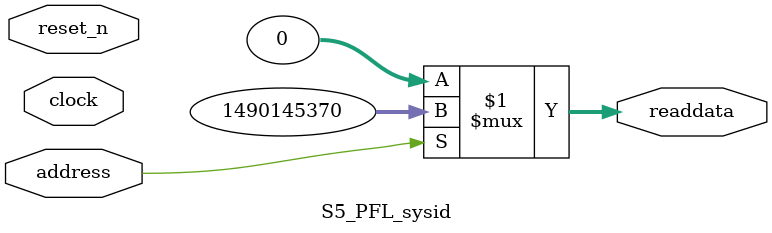
<source format=v>



// synthesis translate_off
`timescale 1ns / 1ps
// synthesis translate_on

// turn off superfluous verilog processor warnings 
// altera message_level Level1 
// altera message_off 10034 10035 10036 10037 10230 10240 10030 

module S5_PFL_sysid (
               // inputs:
                address,
                clock,
                reset_n,

               // outputs:
                readdata
             )
;

  output  [ 31: 0] readdata;
  input            address;
  input            clock;
  input            reset_n;

  wire    [ 31: 0] readdata;
  //control_slave, which is an e_avalon_slave
  assign readdata = address ? 1490145370 : 0;

endmodule



</source>
